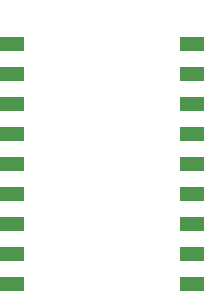
<source format=gbp>
G04 #@! TF.GenerationSoftware,KiCad,Pcbnew,8.0.7*
G04 #@! TF.CreationDate,2025-07-02T22:20:04-04:00*
G04 #@! TF.ProjectId,Sum25_GTR,53756d32-355f-4475-9452-2e6b69636164,rev?*
G04 #@! TF.SameCoordinates,Original*
G04 #@! TF.FileFunction,Paste,Bot*
G04 #@! TF.FilePolarity,Positive*
%FSLAX46Y46*%
G04 Gerber Fmt 4.6, Leading zero omitted, Abs format (unit mm)*
G04 Created by KiCad (PCBNEW 8.0.7) date 2025-07-02 22:20:04*
%MOMM*%
%LPD*%
G01*
G04 APERTURE LIST*
G04 Aperture macros list*
%AMFreePoly0*
4,1,11,0.558779,3.080902,0.595106,3.030902,0.600000,3.000000,0.600000,-1.000000,-0.600000,-1.000000,-0.600000,3.000000,-0.580902,3.058779,-0.530902,3.095106,-0.500000,3.100000,0.500000,3.100000,0.558779,3.080902,0.558779,3.080902,$1*%
G04 Aperture macros list end*
%ADD10FreePoly0,270.000000*%
%ADD11FreePoly0,90.000000*%
G04 APERTURE END LIST*
D10*
X202000000Y-71420000D03*
X202000000Y-73960000D03*
X202000000Y-76500000D03*
X202000000Y-79040000D03*
X202000000Y-81580000D03*
X202000000Y-84120000D03*
X202000000Y-86660000D03*
X202000000Y-89200000D03*
X202000000Y-91740000D03*
D11*
X186760000Y-91740000D03*
X186760000Y-89200000D03*
X186760000Y-86660000D03*
X186760000Y-84120000D03*
X186760000Y-81580000D03*
X186760000Y-79040000D03*
X186760000Y-76500000D03*
X186760000Y-73960000D03*
X186760000Y-71420000D03*
M02*

</source>
